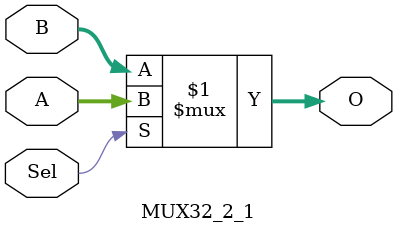
<source format=v>
`timescale 1ns / 1ps
module MUX32_2_1(
		input[31:0] A,
		input[31:0] B,
		input Sel,
		output[31:0] O
    );
	assign O = Sel? A : B;

endmodule
</source>
